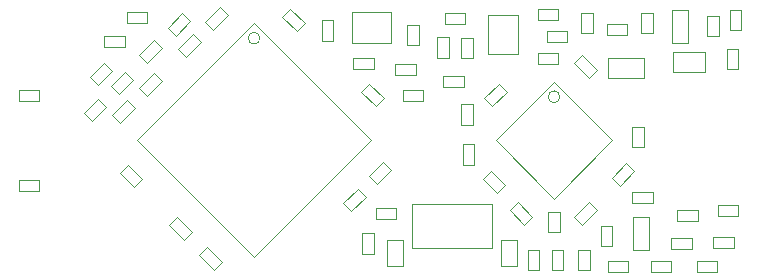
<source format=gbr>
%TF.GenerationSoftware,Altium Limited,Altium Designer,19.0.15 (446)*%
G04 Layer_Color=16711935*
%FSLAX45Y45*%
%MOMM*%
%TF.FileFunction,Other,Mechanical_13*%
%TF.Part,Single*%
G01*
G75*
%TA.AperFunction,NonConductor*%
%ADD52C,0.10000*%
D52*
X10972000Y7479695D02*
G03*
X10972000Y7479695I-50000J0D01*
G01*
X8432000Y7974670D02*
G03*
X8432000Y7974670I-50000J0D01*
G01*
X12220700Y7989700D02*
X12315700D01*
X12220700Y8164700D02*
X12315700D01*
X12220700Y7989700D02*
Y8164700D01*
X12315700Y7989700D02*
Y8164700D01*
X12058800Y7937200D02*
Y8217200D01*
X11918800Y7937200D02*
Y8217200D01*
Y7937200D02*
X12058800D01*
X11918800Y8217200D02*
X12058800D01*
X11661900Y8190100D02*
X11756900D01*
X11661900Y8015100D02*
X11756900D01*
Y8190100D01*
X11661900Y8015100D02*
Y8190100D01*
X11583800Y6581900D02*
Y6676900D01*
X11758800Y6581900D02*
Y6676900D01*
X11583800D02*
X11758800D01*
X11583800Y6581900D02*
X11758800D01*
X11379100Y7634100D02*
Y7809100D01*
X11684100Y7634100D02*
Y7809100D01*
X11379100Y7634100D02*
X11684100D01*
X11379100Y7809100D02*
X11684100D01*
X11542900Y8004300D02*
Y8099300D01*
X11367900Y8004300D02*
Y8099300D01*
Y8004300D02*
X11542900D01*
X11367900Y8099300D02*
X11542900D01*
X10427025Y7112000D02*
X10922000Y7606974D01*
Y6617025D02*
X11416975Y7112000D01*
X10922000Y7606974D02*
X11416975Y7112000D01*
X10427025D02*
X10922000Y6617025D01*
X11153807Y8190100D02*
X11248807D01*
X11153807Y8015100D02*
X11248807D01*
Y8190100D01*
X11153807Y8015100D02*
Y8190100D01*
X11916250Y5997700D02*
Y6092700D01*
X11741250Y5997700D02*
Y6092700D01*
Y5997700D02*
X11916250D01*
X11741250Y6092700D02*
X11916250D01*
X11128500Y6008500D02*
X11223500D01*
X11128500Y6183500D02*
X11223500D01*
X11128500Y6008500D02*
Y6183500D01*
X11223500Y6008500D02*
Y6183500D01*
X10859900Y7940800D02*
Y8035800D01*
X11034900Y7940800D02*
Y8035800D01*
X10859900D02*
X11034900D01*
X10859900Y7940800D02*
X11034900D01*
X11585700Y7049900D02*
X11680700D01*
X11585700Y7224900D02*
X11680700D01*
X11585700Y7049900D02*
Y7224900D01*
X11680700Y7049900D02*
Y7224900D01*
X10620200Y7842281D02*
Y8172281D01*
X10360200Y7842281D02*
Y8172281D01*
X10620200D01*
X10360200Y7842281D02*
X10620200D01*
X10701259Y6183500D02*
X10796259D01*
X10701259Y6008500D02*
X10796259D01*
Y6183500D01*
X10701259Y6008500D02*
Y6183500D01*
X10958700Y8131300D02*
Y8226300D01*
X10783700Y8131300D02*
Y8226300D01*
Y8131300D02*
X10958700D01*
X10783700Y8226300D02*
X10958700D01*
X10137900Y7805481D02*
X10232900D01*
X10137900Y7980481D02*
X10232900D01*
X10137900Y7805481D02*
Y7980481D01*
X10232900Y7805481D02*
Y7980481D01*
X10903900Y6008500D02*
X10998900D01*
X10903900Y6183500D02*
X10998900D01*
X10903900Y6008500D02*
Y6183500D01*
X10998900Y6008500D02*
Y6183500D01*
X11093240Y6461416D02*
X11160416Y6394240D01*
X11216984Y6585159D02*
X11284159Y6517984D01*
X11093240Y6461416D02*
X11216984Y6585159D01*
X11160416Y6394240D02*
X11284159Y6517984D01*
X11964800Y6429500D02*
Y6524500D01*
X12139800Y6429500D02*
Y6524500D01*
X11964800D02*
X12139800D01*
X11964800Y6429500D02*
X12139800D01*
X11914000Y6188200D02*
Y6283200D01*
X12089000Y6188200D02*
Y6283200D01*
X11914000D02*
X12089000D01*
X11914000Y6188200D02*
X12089000D01*
X11728600Y6184600D02*
Y6464600D01*
X11588600Y6184600D02*
Y6464600D01*
Y6184600D02*
X11728600D01*
X11588600Y6464600D02*
X11728600D01*
X12307700Y6467600D02*
Y6562600D01*
X12482700Y6467600D02*
Y6562600D01*
X12307700D02*
X12482700D01*
X12307700Y6467600D02*
X12482700D01*
X11319000Y6211700D02*
X11414000D01*
X11319000Y6386700D02*
X11414000D01*
X11319000Y6211700D02*
Y6386700D01*
X11414000Y6211700D02*
Y6386700D01*
X12411200Y8040500D02*
X12506200D01*
X12411200Y8215500D02*
X12506200D01*
X12411200Y8040500D02*
Y8215500D01*
X12506200Y8040500D02*
Y8215500D01*
X12269600Y6200900D02*
Y6295900D01*
X12444600Y6200900D02*
Y6295900D01*
X12269600D02*
X12444600D01*
X12269600Y6200900D02*
X12444600D01*
X12385800Y7710300D02*
X12480800D01*
X12385800Y7885300D02*
X12480800D01*
X12385800Y7710300D02*
Y7885300D01*
X12480800Y7710300D02*
Y7885300D01*
X12129900Y6092700D02*
X12304900D01*
X12129900Y5997700D02*
X12304900D01*
X12129900D02*
Y6092700D01*
X12304900Y5997700D02*
Y6092700D01*
X11551139Y5997700D02*
Y6092700D01*
X11376139Y5997700D02*
Y6092700D01*
Y5997700D02*
X11551139D01*
X11376139Y6092700D02*
X11551139D01*
X11216984Y7638841D02*
X11284159Y7706016D01*
X11093241Y7762584D02*
X11160416Y7829759D01*
X11093241Y7762584D02*
X11216984Y7638841D01*
X11160416Y7829759D02*
X11284159Y7706016D01*
X10454984Y7588459D02*
X10522159Y7521284D01*
X10331241Y7464716D02*
X10398416Y7397541D01*
X10522159Y7521284D01*
X10331241Y7464716D02*
X10454984Y7588459D01*
X11410741Y6791616D02*
X11477916Y6724441D01*
X11534484Y6915359D02*
X11601659Y6848184D01*
X11410741Y6791616D02*
X11534484Y6915359D01*
X11477916Y6724441D02*
X11601659Y6848184D01*
X10547141Y6517984D02*
X10614316Y6585159D01*
X10670884Y6394241D02*
X10738059Y6461416D01*
X10614316Y6585159D02*
X10738059Y6461416D01*
X10547141Y6517984D02*
X10670884Y6394241D01*
X11930000Y7857400D02*
X12200000D01*
X11930000Y7687400D02*
X12200000D01*
X11930000D02*
Y7857400D01*
X12200000Y7687400D02*
Y7857400D01*
X7181641Y7327667D02*
X7248816Y7260492D01*
X7305384Y7451411D02*
X7372559Y7384236D01*
X7181641Y7327667D02*
X7305384Y7451411D01*
X7248816Y7260492D02*
X7372559Y7384236D01*
X7292684Y7690059D02*
X7359859Y7622884D01*
X7168941Y7566316D02*
X7236116Y7499141D01*
X7359859Y7622884D01*
X7168941Y7566316D02*
X7292684Y7690059D01*
X6940341Y7337716D02*
X7007516Y7270541D01*
X7064084Y7461459D02*
X7131259Y7394284D01*
X6940341Y7337716D02*
X7064084Y7461459D01*
X7007516Y7270541D02*
X7131259Y7394284D01*
X9396600Y7712200D02*
Y7807200D01*
X9221600Y7712200D02*
Y7807200D01*
Y7712200D02*
X9396600D01*
X9221600Y7807200D02*
X9396600D01*
X7969041Y8112416D02*
X8036216Y8045241D01*
X8092784Y8236159D02*
X8159959Y8168984D01*
X7969041Y8112416D02*
X8092784Y8236159D01*
X8036216Y8045241D02*
X8159959Y8168984D01*
X7740441Y7883816D02*
X7807616Y7816641D01*
X7864184Y8007559D02*
X7931359Y7940384D01*
X7740441Y7883816D02*
X7864184Y8007559D01*
X7807616Y7816641D02*
X7931359Y7940384D01*
X7533984Y7677359D02*
X7601159Y7610184D01*
X7410241Y7553616D02*
X7477416Y7486441D01*
X7601159Y7610184D01*
X7410241Y7553616D02*
X7533984Y7677359D01*
X7368884Y6711741D02*
X7436059Y6778916D01*
X7245141Y6835484D02*
X7312316Y6902659D01*
X7245141Y6835484D02*
X7368884Y6711741D01*
X7312316Y6902659D02*
X7436059Y6778916D01*
X8041984Y6013241D02*
X8109159Y6080416D01*
X7918241Y6136984D02*
X7985416Y6204159D01*
X7918241Y6136984D02*
X8041984Y6013241D01*
X7985416Y6204159D02*
X8109159Y6080416D01*
X9477084Y6928152D02*
X9544260Y6860977D01*
X9353341Y6804409D02*
X9420516Y6737233D01*
X9544260Y6860977D01*
X9353341Y6804409D02*
X9477084Y6928152D01*
X8618881Y8156284D02*
X8686056Y8223459D01*
X8742624Y8032541D02*
X8809799Y8099716D01*
X8686056Y8223459D02*
X8809799Y8099716D01*
X8618881Y8156284D02*
X8742624Y8032541D01*
X9413584Y7397541D02*
X9480759Y7464716D01*
X9289841Y7521284D02*
X9357016Y7588459D01*
X9289841Y7521284D02*
X9413584Y7397541D01*
X9357016Y7588459D02*
X9480759Y7464716D01*
X9207600Y7934500D02*
X9537600D01*
X9207600Y8194500D02*
X9537600D01*
Y7934500D02*
Y8194500D01*
X9207600Y7934500D02*
Y8194500D01*
X10874500Y6332100D02*
X10969500D01*
X10874500Y6507100D02*
X10969500D01*
X10874500Y6332100D02*
Y6507100D01*
X10969500Y6332100D02*
Y6507100D01*
X8956800Y8126600D02*
X9051800D01*
X8956800Y7951600D02*
X9051800D01*
Y8126600D01*
X8956800Y7951600D02*
Y8126600D01*
X9680700Y7913500D02*
X9775700D01*
X9680700Y8088500D02*
X9775700D01*
X9680700Y7913500D02*
Y8088500D01*
X9775700Y7913500D02*
Y8088500D01*
X10442284Y6660941D02*
X10509459Y6728116D01*
X10318541Y6784684D02*
X10385716Y6851859D01*
X10318541Y6784684D02*
X10442284Y6660941D01*
X10385716Y6851859D02*
X10509459Y6728116D01*
X10958700Y7756650D02*
Y7851650D01*
X10783700Y7756650D02*
Y7851650D01*
Y7756650D02*
X10958700D01*
X10783700Y7851650D02*
X10958700D01*
X7392050Y7112000D02*
X8382000Y6122050D01*
Y8101949D02*
X9371950Y7112000D01*
X8382000Y6122050D02*
X9371950Y7112000D01*
X7392050D02*
X8382000Y8101949D01*
X10393400Y6203100D02*
Y6573100D01*
X9723400Y6203100D02*
Y6573100D01*
X10393400D01*
X9723400Y6203100D02*
X10393400D01*
X9752200Y7661400D02*
Y7756400D01*
X9577200Y7661400D02*
Y7756400D01*
Y7661400D02*
X9752200D01*
X9577200Y7756400D02*
X9752200D01*
X10137900Y7415400D02*
X10232900D01*
X10137900Y7240400D02*
X10232900D01*
Y7415400D01*
X10137900Y7240400D02*
Y7415400D01*
X9505800Y6047464D02*
X9645800D01*
X9505800Y6267463D02*
X9645800D01*
X9505800Y6047464D02*
Y6267463D01*
X9645800Y6047464D02*
Y6267463D01*
X10471000Y6047464D02*
X10611000D01*
X10471000Y6267463D02*
X10611000D01*
X10471000Y6047464D02*
Y6267463D01*
X10611000Y6047464D02*
Y6267463D01*
X7303900Y8200900D02*
X7478900D01*
X7303900Y8105900D02*
X7478900D01*
X7303900D02*
Y8200900D01*
X7478900Y8105900D02*
Y8200900D01*
X7113400Y7902700D02*
Y7997700D01*
X7288400Y7902700D02*
Y7997700D01*
X7113400D02*
X7288400D01*
X7113400Y7902700D02*
X7288400D01*
X9587100Y6442200D02*
Y6537200D01*
X9412100Y6442200D02*
Y6537200D01*
Y6442200D02*
X9587100D01*
X9412100Y6537200D02*
X9587100D01*
X9299700Y6148200D02*
X9394700D01*
X9299700Y6323200D02*
X9394700D01*
X9299700Y6148200D02*
Y6323200D01*
X9394700Y6148200D02*
Y6323200D01*
X10150600Y6904292D02*
X10245600D01*
X10150600Y7079292D02*
X10245600D01*
X10150600Y6904292D02*
Y7079292D01*
X10245600Y6904292D02*
Y7079292D01*
X10158600Y7559800D02*
Y7654800D01*
X9983600Y7559800D02*
Y7654800D01*
Y7559800D02*
X10158600D01*
X9983600Y7654800D02*
X10158600D01*
X9934700Y7984781D02*
X10029700D01*
X9934700Y7809781D02*
X10029700D01*
Y7984781D01*
X9934700Y7809781D02*
Y7984781D01*
X9640700Y7445500D02*
Y7540500D01*
X9815700Y7445500D02*
Y7540500D01*
X9640700D02*
X9815700D01*
X9640700Y7445500D02*
X9815700D01*
X9996300Y8097200D02*
X10171300D01*
X9996300Y8192200D02*
X10171300D01*
Y8097200D02*
Y8192200D01*
X9996300Y8097200D02*
Y8192200D01*
X6564500Y6683500D02*
Y6778500D01*
X6389500Y6683500D02*
Y6778500D01*
Y6683500D02*
X6564500D01*
X6389500Y6778500D02*
X6564500D01*
Y7445500D02*
Y7540500D01*
X6389500Y7445500D02*
Y7540500D01*
Y7445500D02*
X6564500D01*
X6389500Y7540500D02*
X6564500D01*
X6991140Y7642516D02*
X7058316Y7575340D01*
X7114884Y7766259D02*
X7182059Y7699084D01*
X6991140Y7642516D02*
X7114884Y7766259D01*
X7058316Y7575340D02*
X7182059Y7699084D01*
X7410241Y7833016D02*
X7477416Y7765841D01*
X7533984Y7956759D02*
X7601159Y7889584D01*
X7410241Y7833016D02*
X7533984Y7956759D01*
X7477416Y7765841D02*
X7601159Y7889584D01*
X7651541Y8061616D02*
X7718716Y7994441D01*
X7775284Y8185359D02*
X7842459Y8118184D01*
X7651541Y8061616D02*
X7775284Y8185359D01*
X7718716Y7994441D02*
X7842459Y8118184D01*
X7787984Y6267241D02*
X7855159Y6334416D01*
X7664241Y6390984D02*
X7731416Y6458159D01*
X7664241Y6390984D02*
X7787984Y6267241D01*
X7731416Y6458159D02*
X7855159Y6334416D01*
X9261184Y6699459D02*
X9328359Y6632284D01*
X9137441Y6575716D02*
X9204616Y6508541D01*
X9328359Y6632284D01*
X9137441Y6575716D02*
X9261184Y6699459D01*
%TF.MD5,1dc7aab07757f4beb0b3608a6ab494f0*%
M02*

</source>
